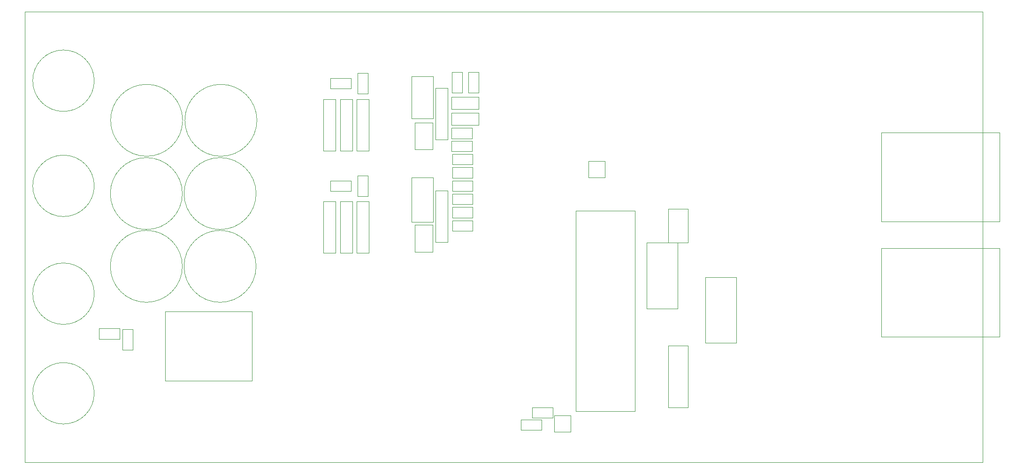
<source format=gbr>
%TF.GenerationSoftware,KiCad,Pcbnew,5.1.9+dfsg1-1+deb11u1*%
%TF.CreationDate,2023-01-06T13:25:03+00:00*%
%TF.ProjectId,MCB19,4d434231-392e-46b6-9963-61645f706362,rev?*%
%TF.SameCoordinates,Original*%
%TF.FileFunction,Other,User*%
%FSLAX45Y45*%
G04 Gerber Fmt 4.5, Leading zero omitted, Abs format (unit mm)*
G04 Created by KiCad (PCBNEW 5.1.9+dfsg1-1+deb11u1) date 2023-01-06 13:25:03*
%MOMM*%
%LPD*%
G01*
G04 APERTURE LIST*
%TA.AperFunction,Profile*%
%ADD10C,0.100000*%
%TD*%
%ADD11C,0.050000*%
G04 APERTURE END LIST*
D10*
X22285000Y-5050000D02*
X5000000Y-5050000D01*
X22285000Y-13200000D02*
X22285000Y-5050000D01*
X5000000Y-13200000D02*
X22285000Y-13200000D01*
X5000000Y-5050000D02*
X5000000Y-13200000D01*
D11*
X9105000Y-10475000D02*
X7535000Y-10474000D01*
X7535000Y-10474000D02*
X7535000Y-11725000D01*
X9105000Y-10475000D02*
X9105000Y-11725000D01*
X7535000Y-11725000D02*
X9105000Y-11725000D01*
X14850000Y-12650000D02*
X14550000Y-12650000D01*
X14850000Y-12650000D02*
X14850000Y-12350000D01*
X14550000Y-12350000D02*
X14550000Y-12650000D01*
X14550000Y-12350000D02*
X14850000Y-12350000D01*
X15470000Y-8050000D02*
X15170000Y-8050000D01*
X15470000Y-8050000D02*
X15470000Y-7750000D01*
X15170000Y-7750000D02*
X15170000Y-8050000D01*
X15170000Y-7750000D02*
X15470000Y-7750000D01*
X13085000Y-9015000D02*
X12715000Y-9015000D01*
X13085000Y-8825000D02*
X13085000Y-9015000D01*
X12715000Y-8825000D02*
X13085000Y-8825000D01*
X12715000Y-9015000D02*
X12715000Y-8825000D01*
X13085000Y-8775000D02*
X12715000Y-8775000D01*
X13085000Y-8585000D02*
X13085000Y-8775000D01*
X12715000Y-8585000D02*
X13085000Y-8585000D01*
X12715000Y-8775000D02*
X12715000Y-8585000D01*
X13085000Y-7815000D02*
X12715000Y-7815000D01*
X13085000Y-7625000D02*
X13085000Y-7815000D01*
X12715000Y-7625000D02*
X13085000Y-7625000D01*
X12715000Y-7815000D02*
X12715000Y-7625000D01*
X13085000Y-8055000D02*
X12715000Y-8055000D01*
X13085000Y-7865000D02*
X13085000Y-8055000D01*
X12715000Y-7865000D02*
X13085000Y-7865000D01*
X12715000Y-8055000D02*
X12715000Y-7865000D01*
X6955000Y-10795000D02*
X6955000Y-11165000D01*
X6765000Y-10795000D02*
X6955000Y-10795000D01*
X6765000Y-11165000D02*
X6765000Y-10795000D01*
X6955000Y-11165000D02*
X6765000Y-11165000D01*
X12367000Y-8850000D02*
X11983000Y-8850000D01*
X11983000Y-8850000D02*
X11983000Y-8050000D01*
X11983000Y-8050000D02*
X12367000Y-8050000D01*
X12367000Y-8050000D02*
X12367000Y-8850000D01*
X14157500Y-12205000D02*
X14527500Y-12205000D01*
X14157500Y-12395000D02*
X14157500Y-12205000D01*
X14527500Y-12395000D02*
X14157500Y-12395000D01*
X14527500Y-12205000D02*
X14527500Y-12395000D01*
X12367000Y-6218000D02*
X12367000Y-6982000D01*
X11983000Y-6218000D02*
X12367000Y-6218000D01*
X11983000Y-6982000D02*
X11983000Y-6218000D01*
X12367000Y-6982000D02*
X11983000Y-6982000D01*
X6712500Y-10970000D02*
X6342500Y-10970000D01*
X6712500Y-10780000D02*
X6712500Y-10970000D01*
X6342500Y-10780000D02*
X6712500Y-10780000D01*
X6342500Y-10970000D02*
X6342500Y-10780000D01*
X14325000Y-12615000D02*
X13955000Y-12615000D01*
X14325000Y-12425000D02*
X14325000Y-12615000D01*
X13955000Y-12425000D02*
X14325000Y-12425000D01*
X13955000Y-12615000D02*
X13955000Y-12425000D01*
X13085000Y-8535000D02*
X12715000Y-8535000D01*
X13085000Y-8345000D02*
X13085000Y-8535000D01*
X12715000Y-8345000D02*
X13085000Y-8345000D01*
X12715000Y-8535000D02*
X12715000Y-8345000D01*
X13085000Y-8295000D02*
X12715000Y-8295000D01*
X13085000Y-8105000D02*
X13085000Y-8295000D01*
X12715000Y-8105000D02*
X13085000Y-8105000D01*
X12715000Y-8295000D02*
X12715000Y-8105000D01*
X9175208Y-9655000D02*
G75*
G03*
X9175208Y-9655000I-650000J0D01*
G01*
X9190000Y-7015000D02*
G75*
G03*
X9190000Y-7015000I-650000J0D01*
G01*
X7850000Y-7015000D02*
G75*
G03*
X7850000Y-7015000I-650000J0D01*
G01*
X13195000Y-6145000D02*
X13195000Y-6515000D01*
X13005000Y-6145000D02*
X13195000Y-6145000D01*
X13005000Y-6515000D02*
X13005000Y-6145000D01*
X13195000Y-6515000D02*
X13005000Y-6515000D01*
X12705000Y-6145000D02*
X12895000Y-6145000D01*
X12895000Y-6145000D02*
X12895000Y-6515000D01*
X12895000Y-6515000D02*
X12705000Y-6515000D01*
X12705000Y-6515000D02*
X12705000Y-6145000D01*
X13074000Y-7575500D02*
X12704000Y-7575500D01*
X13074000Y-7385500D02*
X13074000Y-7575500D01*
X12704000Y-7385500D02*
X13074000Y-7385500D01*
X12704000Y-7575500D02*
X12704000Y-7385500D01*
X13074000Y-7346000D02*
X12704000Y-7346000D01*
X13074000Y-7156000D02*
X13074000Y-7346000D01*
X12704000Y-7156000D02*
X13074000Y-7156000D01*
X12704000Y-7346000D02*
X12704000Y-7156000D01*
X13189000Y-6816000D02*
X12699000Y-6816000D01*
X13189000Y-6592000D02*
X13189000Y-6816000D01*
X12699000Y-6592000D02*
X13189000Y-6592000D01*
X12699000Y-6816000D02*
X12699000Y-6592000D01*
X13189000Y-7103000D02*
X12699000Y-7103000D01*
X13189000Y-6879000D02*
X13189000Y-7103000D01*
X12699000Y-6879000D02*
X13189000Y-6879000D01*
X12699000Y-7103000D02*
X12699000Y-6879000D01*
X12367000Y-8050000D02*
X12367000Y-8850000D01*
X11983000Y-8050000D02*
X12367000Y-8050000D01*
X11983000Y-8850000D02*
X11983000Y-8050000D01*
X12367000Y-8850000D02*
X11983000Y-8850000D01*
X12367000Y-6218000D02*
X12367000Y-6982000D01*
X11983000Y-6218000D02*
X12367000Y-6218000D01*
X11983000Y-6982000D02*
X11983000Y-6218000D01*
X12367000Y-6982000D02*
X11983000Y-6982000D01*
X12042000Y-7545000D02*
X12042000Y-7055000D01*
X12358000Y-7545000D02*
X12042000Y-7545000D01*
X12358000Y-7055000D02*
X12358000Y-7545000D01*
X12042000Y-7055000D02*
X12358000Y-7055000D01*
X12042000Y-9395000D02*
X12042000Y-8905000D01*
X12358000Y-9395000D02*
X12042000Y-9395000D01*
X12358000Y-8905000D02*
X12358000Y-9395000D01*
X12042000Y-8905000D02*
X12358000Y-8905000D01*
X6255000Y-11950000D02*
G75*
G03*
X6255000Y-11950000I-555000J0D01*
G01*
X10390000Y-8485000D02*
X10610000Y-8485000D01*
X10390000Y-9415000D02*
X10390000Y-8485000D01*
X10610000Y-9415000D02*
X10390000Y-9415000D01*
X10610000Y-8485000D02*
X10610000Y-9415000D01*
X7845000Y-8340000D02*
G75*
G03*
X7845000Y-8340000I-650000J0D01*
G01*
X7845000Y-9655000D02*
G75*
G03*
X7845000Y-9655000I-650000J0D01*
G01*
X11195000Y-6165000D02*
X11195000Y-6535000D01*
X11005000Y-6165000D02*
X11195000Y-6165000D01*
X11005000Y-6535000D02*
X11005000Y-6165000D01*
X11195000Y-6535000D02*
X11005000Y-6535000D01*
X11195000Y-8015000D02*
X11195000Y-8385000D01*
X11005000Y-8015000D02*
X11195000Y-8015000D01*
X11005000Y-8385000D02*
X11005000Y-8015000D01*
X11195000Y-8385000D02*
X11005000Y-8385000D01*
X10515000Y-6255000D02*
X10885000Y-6255000D01*
X10515000Y-6445000D02*
X10515000Y-6255000D01*
X10885000Y-6445000D02*
X10515000Y-6445000D01*
X10885000Y-6255000D02*
X10885000Y-6445000D01*
X10515000Y-8105000D02*
X10885000Y-8105000D01*
X10515000Y-8295000D02*
X10515000Y-8105000D01*
X10885000Y-8295000D02*
X10515000Y-8295000D01*
X10885000Y-8105000D02*
X10885000Y-8295000D01*
X6255000Y-10150000D02*
G75*
G03*
X6255000Y-10150000I-555000J0D01*
G01*
X6255000Y-8200000D02*
G75*
G03*
X6255000Y-8200000I-555000J0D01*
G01*
X6255000Y-6300000D02*
G75*
G03*
X6255000Y-6300000I-555000J0D01*
G01*
X11210000Y-7565000D02*
X10990000Y-7565000D01*
X11210000Y-6635000D02*
X11210000Y-7565000D01*
X10990000Y-6635000D02*
X11210000Y-6635000D01*
X10990000Y-7565000D02*
X10990000Y-6635000D01*
X10910000Y-7565000D02*
X10690000Y-7565000D01*
X10910000Y-6635000D02*
X10910000Y-7565000D01*
X10690000Y-6635000D02*
X10910000Y-6635000D01*
X10690000Y-7565000D02*
X10690000Y-6635000D01*
X10990000Y-9415000D02*
X10990000Y-8485000D01*
X10990000Y-8485000D02*
X11210000Y-8485000D01*
X11210000Y-8485000D02*
X11210000Y-9415000D01*
X11210000Y-9415000D02*
X10990000Y-9415000D01*
X10910000Y-9415000D02*
X10690000Y-9415000D01*
X10910000Y-8485000D02*
X10910000Y-9415000D01*
X10690000Y-8485000D02*
X10910000Y-8485000D01*
X10690000Y-9415000D02*
X10690000Y-8485000D01*
X12415000Y-9215000D02*
X12415000Y-8285000D01*
X12415000Y-8285000D02*
X12635000Y-8285000D01*
X12635000Y-8285000D02*
X12635000Y-9215000D01*
X12635000Y-9215000D02*
X12415000Y-9215000D01*
X12635000Y-7365000D02*
X12415000Y-7365000D01*
X12635000Y-6435000D02*
X12635000Y-7365000D01*
X12415000Y-6435000D02*
X12635000Y-6435000D01*
X12415000Y-7365000D02*
X12415000Y-6435000D01*
X10390000Y-6635000D02*
X10610000Y-6635000D01*
X10390000Y-7565000D02*
X10390000Y-6635000D01*
X10610000Y-7565000D02*
X10390000Y-7565000D01*
X10610000Y-6635000D02*
X10610000Y-7565000D01*
X9175208Y-8340000D02*
G75*
G03*
X9175208Y-8340000I-650000J0D01*
G01*
X16610000Y-8615000D02*
X16965000Y-8615000D01*
X16965000Y-8615000D02*
X16965000Y-9225000D01*
X16965000Y-9225000D02*
X16610000Y-9225000D01*
X16610000Y-9225000D02*
X16610000Y-8615000D01*
X16010000Y-12275000D02*
X16010000Y-8650000D01*
X16010000Y-8650000D02*
X14940000Y-8650000D01*
X14940000Y-8650000D02*
X14940000Y-12275000D01*
X14940000Y-12275000D02*
X16010000Y-12275000D01*
X22590000Y-7240200D02*
X22590000Y-8842200D01*
X22590000Y-7240100D02*
X20456400Y-7240100D01*
X20456400Y-8842100D02*
X22590000Y-8842200D01*
X20456400Y-8842100D02*
X20456400Y-7240100D01*
X22590400Y-9325700D02*
X22590400Y-10927700D01*
X22590400Y-9325600D02*
X20456800Y-9325600D01*
X20456800Y-10927600D02*
X22590400Y-10927700D01*
X20456800Y-10927600D02*
X20456800Y-9325600D01*
X16610000Y-11086000D02*
X16610000Y-12206000D01*
X16610000Y-12206000D02*
X16970000Y-12206000D01*
X16970000Y-12206000D02*
X16970000Y-11086000D01*
X16970000Y-11086000D02*
X16610000Y-11086000D01*
X17283400Y-11041600D02*
X17843400Y-11041600D01*
X17843400Y-11041600D02*
X17843400Y-9851600D01*
X17843400Y-9851600D02*
X17283400Y-9851600D01*
X17283400Y-9851600D02*
X17283400Y-11041600D01*
X16779600Y-9228400D02*
X16219600Y-9228400D01*
X16219600Y-9228400D02*
X16219600Y-10418400D01*
X16219600Y-10418400D02*
X16779600Y-10418400D01*
X16779600Y-10418400D02*
X16779600Y-9228400D01*
M02*

</source>
